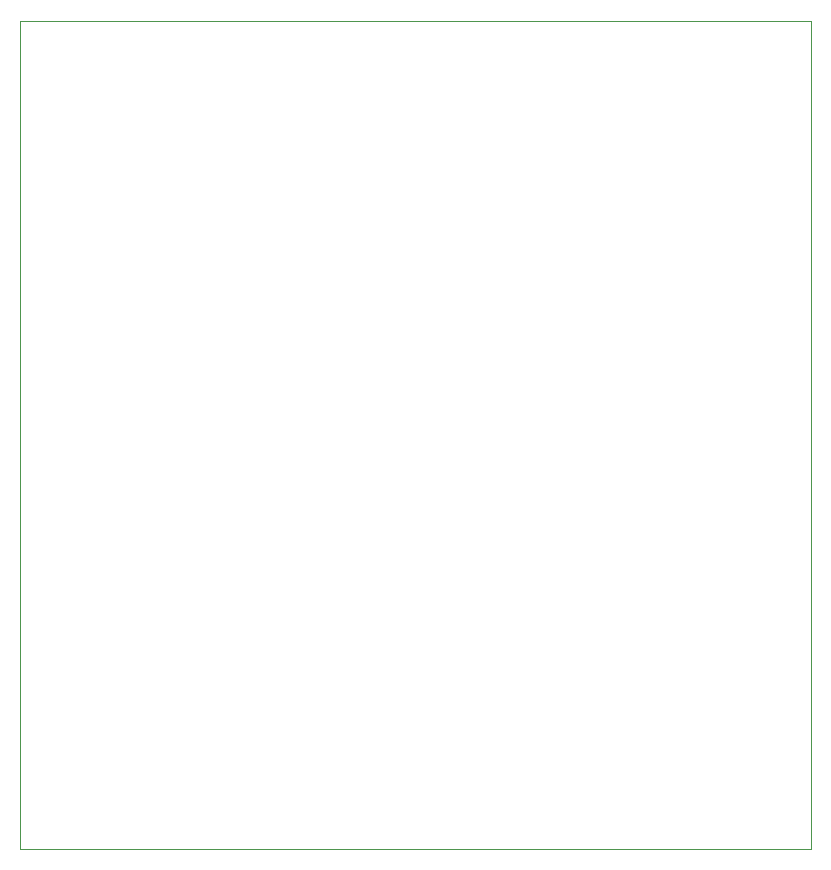
<source format=gbr>
G04 Layer_Color=0*
%FSLAX26Y26*%
%MOIN*%
%TF.FileFunction,Profile,NP*%
%TF.Part,Single*%
G01*
G75*
%TA.AperFunction,Profile*%
%ADD88C,0.001000*%
D88*
X-150110Y-150110D02*
X2487685Y-150110D01*
X2487685Y2610716D01*
X-150110Y2610717D01*
X-150110Y-150110D01*
%TF.MD5,0d9715c07ba940570af435f0acb20334*%
M02*

</source>
